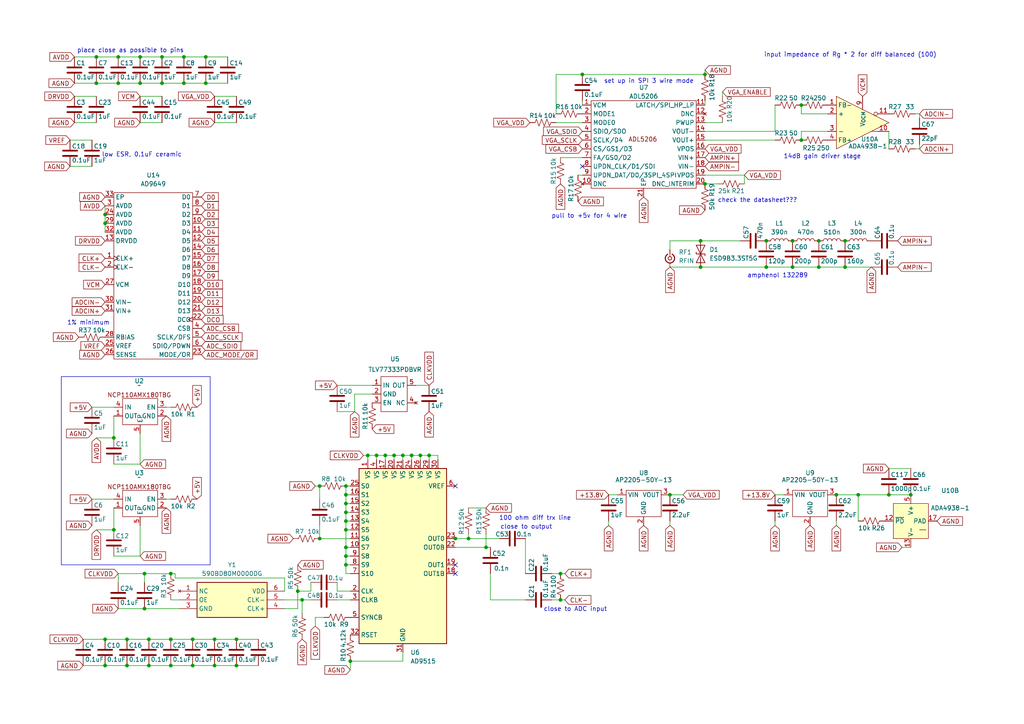
<source format=kicad_sch>
(kicad_sch (version 20231120) (generator "eeschema") (generator_version "8.0")
  (paper "A4")
  (junction (at 36.83 193.04))
  (junction (at 100.33 163.83))
  (junction (at 162.56 173.99))
  (junction (at 232.41 30.48))
  (junction (at 100.33 148.59))
  (junction (at 237.49 77.47))
  (junction (at 49.53 193.04))
  (junction (at 111.76 132.08))
  (junction (at 55.88 185.42))
  (junction (at 229.87 69.85))
  (junction (at 109.22 132.08))
  (junction (at 27.94 16.51))
  (junction (at 34.29 24.13))
  (junction (at 100.33 143.51))
  (junction (at 204.47 53.34))
  (junction (at 68.58 193.04))
  (junction (at 30.48 62.23))
  (junction (at 36.83 185.42))
  (junction (at 68.58 185.42))
  (junction (at 46.99 16.51))
  (junction (at 41.91 166.37))
  (junction (at 248.92 143.51))
  (junction (at 30.48 193.04))
  (junction (at 40.64 16.51))
  (junction (at 43.18 185.42))
  (junction (at 87.63 173.99))
  (junction (at 162.56 166.37))
  (junction (at 232.41 40.64))
  (junction (at 245.11 77.47))
  (junction (at 100.33 146.05))
  (junction (at 245.11 69.85))
  (junction (at 257.81 143.51))
  (junction (at 101.6 191.77))
  (junction (at 222.25 69.85))
  (junction (at 119.38 132.08))
  (junction (at 203.2 77.47))
  (junction (at 86.36 171.45))
  (junction (at 100.33 153.67))
  (junction (at 264.16 143.51))
  (junction (at 30.48 64.77))
  (junction (at 100.33 158.75))
  (junction (at 222.25 77.47))
  (junction (at 40.64 24.13))
  (junction (at 116.84 132.08))
  (junction (at 62.23 193.04))
  (junction (at 194.31 143.51))
  (junction (at 135.89 156.21))
  (junction (at 242.57 143.51))
  (junction (at 53.34 16.51))
  (junction (at 203.2 69.85))
  (junction (at 92.71 156.21))
  (junction (at 46.99 24.13))
  (junction (at 106.68 132.08))
  (junction (at 30.48 185.42))
  (junction (at 59.69 24.13))
  (junction (at 49.53 185.42))
  (junction (at 140.97 158.75))
  (junction (at 92.71 140.97))
  (junction (at 53.34 24.13))
  (junction (at 33.02 153.67))
  (junction (at 229.87 77.47))
  (junction (at 237.49 69.85))
  (junction (at 204.47 21.59))
  (junction (at 43.18 193.04))
  (junction (at 59.69 16.51))
  (junction (at 34.29 16.51))
  (junction (at 41.91 176.53))
  (junction (at 62.23 185.42))
  (junction (at 100.33 161.29))
  (junction (at 124.46 132.08))
  (junction (at 168.91 21.59))
  (junction (at 121.92 132.08))
  (junction (at 55.88 193.04))
  (junction (at 100.33 151.13))
  (junction (at 49.53 166.37))
  (junction (at 33.02 127))
  (junction (at 27.94 24.13))
  (junction (at 100.33 140.97))
  (junction (at 132.08 156.21))
  (junction (at 114.3 132.08))
  (no_connect (at 132.08 166.37))
  (no_connect (at 168.91 48.26))
  (no_connect (at 132.08 140.97))
  (no_connect (at 132.08 163.83))
  (wire (pts (xy 68.58 193.04) (xy 74.93 193.04)))
  (wire (pts (xy 121.92 132.08) (xy 121.92 133.35)))
  (wire (pts (xy 161.29 33.02) (xy 161.29 21.59)))
  (wire (pts (xy 130.81 156.21) (xy 132.08 156.21)))
  (wire (pts (xy 41.91 166.37) (xy 49.53 166.37)))
  (wire (pts (xy 111.76 132.08) (xy 114.3 132.08)))
  (wire (pts (xy 257.81 38.1) (xy 257.81 43.18)))
  (wire (pts (xy 266.7 34.29) (xy 266.7 33.02)))
  (wire (pts (xy 62.23 27.94) (xy 68.58 27.94)))
  (wire (pts (xy 198.12 143.51) (xy 194.31 143.51)))
  (wire (pts (xy 107.95 114.3) (xy 102.87 114.3)))
  (wire (pts (xy 30.48 64.77) (xy 30.48 67.31)))
  (wire (pts (xy 240.03 33.02) (xy 232.41 33.02)))
  (wire (pts (xy 20.32 48.26) (xy 26.67 48.26)))
  (wire (pts (xy 162.56 173.99) (xy 163.83 173.99)))
  (wire (pts (xy 46.99 24.13) (xy 53.34 24.13)))
  (wire (pts (xy 97.79 119.38) (xy 102.87 119.38)))
  (wire (pts (xy 27.94 153.67) (xy 33.02 153.67)))
  (wire (pts (xy 21.59 24.13) (xy 27.94 24.13)))
  (wire (pts (xy 100.33 163.83) (xy 100.33 161.29)))
  (wire (pts (xy 100.33 148.59) (xy 100.33 151.13)))
  (wire (pts (xy 119.38 132.08) (xy 119.38 133.35)))
  (wire (pts (xy 62.23 193.04) (xy 68.58 193.04)))
  (wire (pts (xy 34.29 166.37) (xy 34.29 168.91)))
  (wire (pts (xy 100.33 158.75) (xy 100.33 153.67)))
  (wire (pts (xy 160.02 166.37) (xy 162.56 166.37)))
  (wire (pts (xy 261.62 158.75) (xy 264.16 158.75)))
  (wire (pts (xy 101.6 143.51) (xy 100.33 143.51)))
  (wire (pts (xy 92.71 140.97) (xy 92.71 144.78)))
  (wire (pts (xy 114.3 132.08) (xy 114.3 133.35)))
  (wire (pts (xy 100.33 146.05) (xy 100.33 148.59)))
  (wire (pts (xy 48.26 144.78) (xy 49.53 144.78)))
  (wire (pts (xy 140.97 158.75) (xy 132.08 158.75)))
  (wire (pts (xy 100.33 161.29) (xy 100.33 158.75)))
  (wire (pts (xy 204.47 38.1) (xy 224.79 38.1)))
  (wire (pts (xy 40.64 35.56) (xy 46.99 35.56)))
  (wire (pts (xy 101.6 153.67) (xy 100.33 153.67)))
  (wire (pts (xy 176.53 152.4) (xy 176.53 151.13)))
  (wire (pts (xy 36.83 193.04) (xy 43.18 193.04)))
  (wire (pts (xy 100.33 161.29) (xy 101.6 161.29)))
  (wire (pts (xy 135.89 156.21) (xy 132.08 156.21)))
  (wire (pts (xy 100.33 148.59) (xy 101.6 148.59)))
  (wire (pts (xy 100.33 143.51) (xy 100.33 140.97)))
  (wire (pts (xy 92.71 156.21) (xy 101.6 156.21)))
  (wire (pts (xy 30.48 193.04) (xy 36.83 193.04)))
  (wire (pts (xy 245.11 77.47) (xy 252.73 77.47)))
  (wire (pts (xy 97.79 111.76) (xy 107.95 111.76)))
  (wire (pts (xy 248.92 143.51) (xy 248.92 151.13)))
  (wire (pts (xy 264.16 143.51) (xy 257.81 143.51)))
  (wire (pts (xy 59.69 16.51) (xy 66.04 16.51)))
  (wire (pts (xy 34.29 24.13) (xy 40.64 24.13)))
  (wire (pts (xy 82.55 173.99) (xy 87.63 173.99)))
  (wire (pts (xy 21.59 35.56) (xy 27.94 35.56)))
  (wire (pts (xy 203.2 77.47) (xy 222.25 77.47)))
  (wire (pts (xy 87.63 173.99) (xy 87.63 177.8)))
  (wire (pts (xy 101.6 151.13) (xy 100.33 151.13)))
  (wire (pts (xy 121.92 132.08) (xy 124.46 132.08)))
  (wire (pts (xy 43.18 193.04) (xy 49.53 193.04)))
  (wire (pts (xy 50.8 166.37) (xy 49.53 166.37)))
  (wire (pts (xy 106.68 132.08) (xy 106.68 133.35)))
  (wire (pts (xy 140.97 158.75) (xy 142.24 158.75)))
  (wire (pts (xy 168.91 21.59) (xy 204.47 21.59)))
  (wire (pts (xy 27.94 16.51) (xy 34.29 16.51)))
  (wire (pts (xy 62.23 35.56) (xy 68.58 35.56)))
  (wire (pts (xy 34.29 16.51) (xy 40.64 16.51)))
  (wire (pts (xy 266.7 33.02) (xy 265.43 33.02)))
  (wire (pts (xy 101.6 158.75) (xy 100.33 158.75)))
  (wire (pts (xy 240.03 38.1) (xy 232.41 38.1)))
  (wire (pts (xy 33.02 120.65) (xy 33.02 127)))
  (wire (pts (xy 46.99 16.51) (xy 53.34 16.51)))
  (wire (pts (xy 33.02 161.29) (xy 40.64 161.29)))
  (wire (pts (xy 111.76 132.08) (xy 111.76 133.35)))
  (wire (pts (xy 229.87 77.47) (xy 237.49 77.47)))
  (wire (pts (xy 41.91 166.37) (xy 41.91 168.91)))
  (wire (pts (xy 242.57 143.51) (xy 248.92 143.51)))
  (wire (pts (xy 97.79 173.99) (xy 101.6 173.99)))
  (wire (pts (xy 30.48 62.23) (xy 30.48 64.77)))
  (wire (pts (xy 168.91 29.21) (xy 168.91 30.48)))
  (wire (pts (xy 20.32 40.64) (xy 26.67 40.64)))
  (wire (pts (xy 41.91 176.53) (xy 52.07 176.53)))
  (wire (pts (xy 224.79 152.4) (xy 224.79 151.13)))
  (wire (pts (xy 215.9 50.8) (xy 215.9 53.34)))
  (wire (pts (xy 203.2 69.85) (xy 194.31 69.85)))
  (wire (pts (xy 204.47 29.21) (xy 204.47 30.48)))
  (wire (pts (xy 109.22 132.08) (xy 109.22 133.35)))
  (wire (pts (xy 116.84 132.08) (xy 119.38 132.08)))
  (wire (pts (xy 214.63 69.85) (xy 203.2 69.85)))
  (wire (pts (xy 101.6 191.77) (xy 116.84 191.77)))
  (wire (pts (xy 119.38 132.08) (xy 121.92 132.08)))
  (wire (pts (xy 40.64 24.13) (xy 46.99 24.13)))
  (wire (pts (xy 36.83 185.42) (xy 43.18 185.42)))
  (wire (pts (xy 101.6 171.45) (xy 97.79 171.45)))
  (wire (pts (xy 62.23 185.42) (xy 68.58 185.42)))
  (wire (pts (xy 160.02 173.99) (xy 162.56 173.99)))
  (wire (pts (xy 101.6 166.37) (xy 100.33 166.37)))
  (wire (pts (xy 194.31 69.85) (xy 194.31 72.39)))
  (wire (pts (xy 135.89 147.32) (xy 140.97 147.32)))
  (wire (pts (xy 59.69 24.13) (xy 66.04 24.13)))
  (wire (pts (xy 53.34 16.51) (xy 59.69 16.51)))
  (wire (pts (xy 40.64 27.94) (xy 46.99 27.94)))
  (wire (pts (xy 266.7 41.91) (xy 266.7 43.18)))
  (wire (pts (xy 135.89 154.94) (xy 135.89 156.21)))
  (wire (pts (xy 144.78 156.21) (xy 135.89 156.21)))
  (wire (pts (xy 100.33 163.83) (xy 101.6 163.83)))
  (wire (pts (xy 100.33 153.67) (xy 100.33 151.13)))
  (wire (pts (xy 50.8 167.64) (xy 50.8 166.37)))
  (wire (pts (xy 142.24 173.99) (xy 142.24 166.37)))
  (wire (pts (xy 204.47 20.32) (xy 204.47 21.59)))
  (wire (pts (xy 82.55 167.64) (xy 50.8 167.64)))
  (wire (pts (xy 91.44 140.97) (xy 92.71 140.97)))
  (wire (pts (xy 100.33 166.37) (xy 100.33 163.83)))
  (wire (pts (xy 92.71 152.4) (xy 92.71 156.21)))
  (wire (pts (xy 152.4 156.21) (xy 152.4 166.37)))
  (wire (pts (xy 194.31 152.4) (xy 194.31 151.13)))
  (wire (pts (xy 91.44 179.07) (xy 91.44 181.61)))
  (wire (pts (xy 43.18 185.42) (xy 49.53 185.42)))
  (wire (pts (xy 21.59 16.51) (xy 27.94 16.51)))
  (wire (pts (xy 30.48 59.69) (xy 30.48 62.23)))
  (wire (pts (xy 40.64 125.73) (xy 40.64 134.62)))
  (wire (pts (xy 120.65 111.76) (xy 124.46 111.76)))
  (wire (pts (xy 100.33 140.97) (xy 101.6 140.97)))
  (wire (pts (xy 33.02 147.32) (xy 33.02 153.67)))
  (wire (pts (xy 222.25 77.47) (xy 229.87 77.47)))
  (wire (pts (xy 82.55 176.53) (xy 86.36 176.53)))
  (wire (pts (xy 24.13 185.42) (xy 30.48 185.42)))
  (wire (pts (xy 34.29 166.37) (xy 41.91 166.37)))
  (wire (pts (xy 90.17 171.45) (xy 86.36 171.45)))
  (wire (pts (xy 204.47 35.56) (xy 209.55 35.56)))
  (wire (pts (xy 266.7 43.18) (xy 265.43 43.18)))
  (wire (pts (xy 27.94 127) (xy 33.02 127)))
  (wire (pts (xy 161.29 21.59) (xy 168.91 21.59)))
  (wire (pts (xy 204.47 40.64) (xy 224.79 40.64)))
  (wire (pts (xy 224.79 38.1) (xy 224.79 30.48)))
  (wire (pts (xy 194.31 77.47) (xy 203.2 77.47)))
  (wire (pts (xy 55.88 185.42) (xy 62.23 185.42)))
  (wire (pts (xy 106.68 132.08) (xy 109.22 132.08)))
  (wire (pts (xy 93.98 179.07) (xy 91.44 179.07)))
  (wire (pts (xy 82.55 167.64) (xy 82.55 171.45)))
  (wire (pts (xy 167.64 50.8) (xy 168.91 50.8)))
  (wire (pts (xy 34.29 176.53) (xy 41.91 176.53)))
  (wire (pts (xy 100.33 146.05) (xy 101.6 146.05)))
  (wire (pts (xy 127 132.08) (xy 127 133.35)))
  (wire (pts (xy 257.81 135.89) (xy 264.16 135.89)))
  (wire (pts (xy 124.46 132.08) (xy 127 132.08)))
  (wire (pts (xy 87.63 173.99) (xy 90.17 173.99)))
  (wire (pts (xy 232.41 38.1) (xy 232.41 40.64)))
  (wire (pts (xy 33.02 134.62) (xy 40.64 134.62)))
  (wire (pts (xy 204.47 53.34) (xy 208.28 53.34)))
  (wire (pts (xy 30.48 185.42) (xy 36.83 185.42)))
  (wire (pts (xy 55.88 193.04) (xy 62.23 193.04)))
  (wire (pts (xy 176.53 143.51) (xy 179.07 143.51)))
  (wire (pts (xy 49.53 193.04) (xy 55.88 193.04)))
  (wire (pts (xy 105.41 132.08) (xy 106.68 132.08)))
  (wire (pts (xy 86.36 176.53) (xy 86.36 171.45)))
  (wire (pts (xy 68.58 185.42) (xy 74.93 185.42)))
  (wire (pts (xy 48.26 118.11) (xy 49.53 118.11)))
  (wire (pts (xy 162.56 166.37) (xy 163.83 166.37)))
  (wire (pts (xy 40.64 152.4) (xy 40.64 161.29)))
  (wire (pts (xy 209.55 26.67) (xy 209.55 27.94)))
  (wire (pts (xy 114.3 132.08) (xy 116.84 132.08)))
  (wire (pts (xy 116.84 132.08) (xy 116.84 133.35)))
  (wire (pts (xy 224.79 143.51) (xy 227.33 143.51)))
  (wire (pts (xy 101.6 191.77) (xy 101.6 194.31)))
  (wire (pts (xy 257.81 143.51) (xy 248.92 143.51)))
  (wire (pts (xy 53.34 24.13) (xy 59.69 24.13)))
  (wire (pts (xy 21.59 27.94) (xy 27.94 27.94)))
  (wire (pts (xy 152.4 173.99) (xy 142.24 173.99)))
  (wire (pts (xy 90.17 168.91) (xy 90.17 171.45)))
  (wire (pts (xy 49.53 185.42) (xy 55.88 185.42)))
  (wire (pts (xy 24.13 193.04) (xy 30.48 193.04)))
  (wire (pts (xy 100.33 146.05) (xy 100.33 143.51)))
  (wire (pts (xy 215.9 50.8) (xy 204.47 50.8)))
  (wire (pts (xy 140.97 154.94) (xy 140.97 158.75)))
  (wire (pts (xy 49.53 173.99) (xy 52.07 173.99)))
  (wire (pts (xy 27.94 24.13) (xy 34.29 24.13)))
  (wire (pts (xy 242.57 152.4) (xy 242.57 151.13)))
  (wire (pts (xy 237.49 77.47) (xy 245.11 77.47)))
  (wire (pts (xy 40.64 16.51) (xy 46.99 16.51)))
  (wire (pts (xy 116.84 191.77) (xy 116.84 189.23)))
  (wire (pts (xy 124.46 132.08) (xy 124.46 133.35)))
  (wire (pts (xy 162.56 45.72) (xy 168.91 45.72)))
  (wire (pts (xy 109.22 132.08) (xy 111.76 132.08)))
  (wire (pts (xy 26.67 144.78) (xy 33.02 144.78)))
  (wire (pts (xy 232.41 33.02) (xy 232.41 30.48)))
  (wire (pts (xy 97.79 171.45) (xy 97.79 168.91)))
  (wire (pts (xy 26.67 118.11) (xy 33.02 118.11)))
  (wire (pts (xy 161.29 35.56) (xy 168.91 35.56)))
  (wire (pts (xy 102.87 114.3) (xy 102.87 119.38)))
  (rectangle (start 17.78 109.22) (end 60.96 163.83))
  (text "amphenol 132289" (at 225.552 80.01 0) (effects (font (size 1.27 1.27))))
  (text "set up in SPI 3 wire mode" (at 188.214 23.622 0) (effects (font (size 1.27 1.27))))
  (text "close to output" (at 152.654 152.908 0) (effects (font (size 1.27 1.27))))
  (text "input impedance of Rg * 2 for diff balanced (100)" (at 246.634 16.002 0) (effects (font (size 1.27 1.27))))
  (text "1% minimum" (at 25.654 93.726 0) (effects (font (size 1.27 1.27))))
  (text "low ESR, 0.1uF ceramic" (at 41.148 44.958 0) (effects (font (size 1.27 1.27))))
  (text "100 ohm diff trx line" (at 155.194 150.368 0) (effects (font (size 1.27 1.27))))
  (text "check the datasheet???" (at 219.71 58.166 0) (effects (font (size 1.27 1.27))))
  (text "14dB gain driver stage" (at 238.506 45.466 0) (effects (font (size 1.27 1.27))))
  (text "pull to +5v for 4 wire" (at 170.942 62.738 0) (effects (font (size 1.27 1.27))))
  (text "place close as possible to pins" (at 37.846 14.732 0) (effects (font (size 1.27 1.27))))
  (text "close to ADC input" (at 166.878 176.784 0) (effects (font (size 1.27 1.27))))
  (global_label "D11" (shape input) (at 58.42 85.09 0) (property "Intersheetrefs" "${INTERSHEET_REFS}" (effects (hide yes))))
  (global_label "AGND" (shape input) (at 91.44 140.97 180) (property "Intersheetrefs" "${INTERSHEET_REFS}" (effects (hide yes))))
  (global_label "CLK-" (shape input) (at 163.83 173.99 0) (property "Intersheetrefs" "${INTERSHEET_REFS}" (effects (hide yes))))
  (global_label "DRVDD" (shape input) (at 27.94 153.67 270) (property "Intersheetrefs" "${INTERSHEET_REFS}" (effects (hide yes))))
  (global_label "AGND" (shape input) (at 22.86 97.79 180) (property "Intersheetrefs" "${INTERSHEET_REFS}" (effects (hide yes))))
  (global_label "AGND" (shape input) (at 85.09 156.21 180) (property "Intersheetrefs" "${INTERSHEET_REFS}" (effects (hide yes))))
  (global_label "VGA_SDIO" (shape input) (at 168.91 38.1 180) (property "Intersheetrefs" "${INTERSHEET_REFS}" (effects (hide yes))))
  (global_label "AGND" (shape input) (at 102.87 119.38 270) (property "Intersheetrefs" "${INTERSHEET_REFS}" (effects (hide yes))))
  (global_label "ADCIN-" (shape input) (at 266.7 33.02 0) (property "Intersheetrefs" "${INTERSHEET_REFS}" (effects (hide yes))))
  (global_label "VGA_CSB" (shape input) (at 168.91 43.18 180) (property "Intersheetrefs" "${INTERSHEET_REFS}" (effects (hide yes))))
  (global_label "+13.8V" (shape input) (at 224.79 143.51 180) (property "Intersheetrefs" "${INTERSHEET_REFS}" (effects (hide yes))))
  (global_label "VCM" (shape input) (at 30.48 82.55 180) (property "Intersheetrefs" "${INTERSHEET_REFS}" (effects (hide yes))))
  (global_label "AMPIN+" (shape input) (at 204.47 45.72 0) (property "Intersheetrefs" "${INTERSHEET_REFS}" (effects (hide yes))))
  (global_label "DRVDD" (shape input) (at 30.48 69.85 180) (property "Intersheetrefs" "${INTERSHEET_REFS}" (effects (hide yes))))
  (global_label "CLKVDD" (shape input) (at 34.29 166.37 180) (property "Intersheetrefs" "${INTERSHEET_REFS}" (effects (hide yes))))
  (global_label "ADC_SCLK" (shape input) (at 58.42 97.79 0) (property "Intersheetrefs" "${INTERSHEET_REFS}" (effects (hide yes))))
  (global_label "AGND" (shape input) (at 194.31 152.4 270) (property "Intersheetrefs" "${INTERSHEET_REFS}" (effects (hide yes))))
  (global_label "VGA_SCLK" (shape input) (at 168.91 40.64 180) (property "Intersheetrefs" "${INTERSHEET_REFS}" (effects (hide yes))))
  (global_label "+5V" (shape input) (at 26.67 144.78 180) (property "Intersheetrefs" "${INTERSHEET_REFS}" (effects (hide yes))))
  (global_label "AGND" (shape input) (at 186.69 152.4 270) (property "Intersheetrefs" "${INTERSHEET_REFS}" (effects (hide yes))))
  (global_label "AGND" (shape input) (at 194.31 77.47 270) (property "Intersheetrefs" "${INTERSHEET_REFS}" (effects (hide yes))))
  (global_label "AGND" (shape input) (at 242.57 152.4 270) (property "Intersheetrefs" "${INTERSHEET_REFS}" (effects (hide yes))))
  (global_label "AGND" (shape input) (at 48.26 120.65 270) (property "Intersheetrefs" "${INTERSHEET_REFS}" (effects (hide yes))))
  (global_label "AGND" (shape input) (at 48.26 147.32 270) (property "Intersheetrefs" "${INTERSHEET_REFS}" (effects (hide yes))))
  (global_label "CLK+" (shape input) (at 30.48 74.93 180) (property "Intersheetrefs" "${INTERSHEET_REFS}" (effects (hide yes))))
  (global_label "VGA_VDD" (shape input) (at 62.23 27.94 180) (property "Intersheetrefs" "${INTERSHEET_REFS}" (effects (hide yes))))
  (global_label "AVDD" (shape input) (at 21.59 16.51 180) (property "Intersheetrefs" "${INTERSHEET_REFS}" (effects (hide yes))))
  (global_label "D5" (shape input) (at 58.42 69.85 0) (property "Intersheetrefs" "${INTERSHEET_REFS}" (effects (hide yes))))
  (global_label "AGND" (shape input) (at 101.6 194.31 180) (property "Intersheetrefs" "${INTERSHEET_REFS}" (effects (hide yes))))
  (global_label "AGND" (shape input) (at 257.81 135.89 180) (property "Intersheetrefs" "${INTERSHEET_REFS}" (effects (hide yes))))
  (global_label "ADC_CSB" (shape input) (at 58.42 95.25 0) (property "Intersheetrefs" "${INTERSHEET_REFS}" (effects (hide yes))))
  (global_label "AGND" (shape input) (at 34.29 176.53 180) (property "Intersheetrefs" "${INTERSHEET_REFS}" (effects (hide yes))))
  (global_label "D10" (shape input) (at 58.42 82.55 0) (property "Intersheetrefs" "${INTERSHEET_REFS}" (effects (hide yes))))
  (global_label "AMPIN+" (shape input) (at 260.35 69.85 0) (property "Intersheetrefs" "${INTERSHEET_REFS}" (effects (hide yes))))
  (global_label "AGND" (shape input) (at 162.56 53.34 270) (property "Intersheetrefs" "${INTERSHEET_REFS}" (effects (hide yes))))
  (global_label "AMPIN-" (shape input) (at 260.35 77.47 0) (property "Intersheetrefs" "${INTERSHEET_REFS}" (effects (hide yes))))
  (global_label "ADCIN+" (shape input) (at 30.48 90.17 180) (property "Intersheetrefs" "${INTERSHEET_REFS}" (effects (hide yes))))
  (global_label "D13" (shape input) (at 58.42 90.17 0) (property "Intersheetrefs" "${INTERSHEET_REFS}" (effects (hide yes))))
  (global_label "AGND" (shape input) (at 252.73 77.47 270) (property "Intersheetrefs" "${INTERSHEET_REFS}" (effects (hide yes))))
  (global_label "AGND" (shape input) (at 167.64 58.42 0) (property "Intersheetrefs" "${INTERSHEET_REFS}" (effects (hide yes))))
  (global_label "AGND" (shape input) (at 87.63 185.42 270) (property "Intersheetrefs" "${INTERSHEET_REFS}" (effects (hide yes))))
  (global_label "AGND" (shape input) (at 204.47 20.32 0) (property "Intersheetrefs" "${INTERSHEET_REFS}" (effects (hide yes))))
  (global_label "VCM" (shape input) (at 250.19 27.94 90) (property "Intersheetrefs" "${INTERSHEET_REFS}" (effects (hide yes))))
  (global_label "D12" (shape input) (at 58.42 87.63 0) (property "Intersheetrefs" "${INTERSHEET_REFS}" (effects (hide yes))))
  (global_label "AGND" (shape input) (at 261.62 158.75 180) (property "Intersheetrefs" "${INTERSHEET_REFS}" (effects (hide yes))))
  (global_label "DCO" (shape input) (at 58.42 92.71 0) (property "Intersheetrefs" "${INTERSHEET_REFS}" (effects (hide yes))))
  (global_label "AGND" (shape input) (at 124.46 119.38 270) (property "Intersheetrefs" "${INTERSHEET_REFS}" (effects (hide yes))))
  (global_label "ADC_MODE{slash}OR" (shape input) (at 58.42 102.87 0) (property "Intersheetrefs" "${INTERSHEET_REFS}" (effects (hide yes))))
  (global_label "+5V" (shape input) (at 57.15 144.78 90) (property "Intersheetrefs" "${INTERSHEET_REFS}" (effects (hide yes))))
  (global_label "VGA_VDD" (shape input) (at 204.47 43.18 0) (property "Intersheetrefs" "${INTERSHEET_REFS}" (effects (hide yes))))
  (global_label "D4" (shape input) (at 58.42 67.31 0) (property "Intersheetrefs" "${INTERSHEET_REFS}" (effects (hide yes))))
  (global_label "VGA_ENABLE" (shape input) (at 209.55 26.67 0) (property "Intersheetrefs" "${INTERSHEET_REFS}" (effects (hide yes))))
  (global_label "VGA_VDD" (shape input) (at 198.12 143.51 0) (property "Intersheetrefs" "${INTERSHEET_REFS}" (effects (hide yes))))
  (global_label "DRVDD" (shape input) (at 21.59 27.94 180) (property "Intersheetrefs" "${INTERSHEET_REFS}" (effects (hide yes))))
  (global_label "+5V" (shape input) (at 107.95 124.46 0) (property "Intersheetrefs" "${INTERSHEET_REFS}" (effects (hide yes))))
  (global_label "CLKVDD" (shape input) (at 105.41 132.08 180) (property "Intersheetrefs" "${INTERSHEET_REFS}" (effects (hide yes))))
  (global_label "VREF" (shape input) (at 20.32 40.64 180) (property "Intersheetrefs" "${INTERSHEET_REFS}" (effects (hide yes))))
  (global_label "AGND" (shape input) (at 62.23 35.56 180) (property "Intersheetrefs" "${INTERSHEET_REFS}" (effects (hide yes))))
  (global_label "AGND" (shape input) (at 30.48 102.87 180) (property "Intersheetrefs" "${INTERSHEET_REFS}" (effects (hide yes))))
  (global_label "AVDD" (shape input) (at 30.48 59.69 180) (property "Intersheetrefs" "${INTERSHEET_REFS}" (effects (hide yes))))
  (global_label "D1" (shape input) (at 58.42 59.69 0) (property "Intersheetrefs" "${INTERSHEET_REFS}" (effects (hide yes))))
  (global_label "AGND" (shape input) (at 224.79 152.4 270) (property "Intersheetrefs" "${INTERSHEET_REFS}" (effects (hide yes))))
  (global_label "+5V" (shape input) (at 57.15 118.11 90) (property "Intersheetrefs" "${INTERSHEET_REFS}" (effects (hide yes))))
  (global_label "ADC_SDIO" (shape input) (at 58.42 100.33 0) (property "Intersheetrefs" "${INTERSHEET_REFS}" (effects (hide yes))))
  (global_label "AGND" (shape input) (at 86.36 163.83 0) (property "Intersheetrefs" "${INTERSHEET_REFS}" (effects (hide yes))))
  (global_label "AGND" (shape input) (at 21.59 35.56 180) (property "Intersheetrefs" "${INTERSHEET_REFS}" (effects (hide yes))))
  (global_label "D9" (shape input) (at 58.42 80.01 0) (property "Intersheetrefs" "${INTERSHEET_REFS}" (effects (hide yes))))
  (global_label "AGND" (shape input) (at 21.59 24.13 180) (property "Intersheetrefs" "${INTERSHEET_REFS}" (effects (hide yes))))
  (global_label "CLKVDD" (shape input) (at 124.46 111.76 90) (property "Intersheetrefs" "${INTERSHEET_REFS}" (effects (hide yes))))
  (global_label "ADCIN+" (shape input) (at 266.7 43.18 0) (property "Intersheetrefs" "${INTERSHEET_REFS}" (effects (hide yes))))
  (global_label "CLK-" (shape input) (at 30.48 77.47 180) (property "Intersheetrefs" "${INTERSHEET_REFS}" (effects (hide yes))))
  (global_label "VGA_VDD" (shape input) (at 215.9 50.8 0) (property "Intersheetrefs" "${INTERSHEET_REFS}" (effects (hide yes))))
  (global_label "D6" (shape input) (at 58.42 72.39 0) (property "Intersheetrefs" "${INTERSHEET_REFS}" (effects (hide yes))))
  (global_label "CLK+" (shape input) (at 163.83 166.37 0) (property "Intersheetrefs" "${INTERSHEET_REFS}" (effects (hide yes))))
  (global_label "AGND" (shape input) (at 40.64 134.62 0) (property "Intersheetrefs" "${INTERSHEET_REFS}" (effects (hide yes))))
  (global_label "AGND" (shape input) (at 24.13 193.04 180) (property "Intersheetrefs" "${INTERSHEET_REFS}" (effects (hide yes))))
  (global_label "VREF" (shape input) (at 30.48 100.33 180) (property "Intersheetrefs" "${INTERSHEET_REFS}" (effects (hide yes))))
  (global_label "AGND" (shape input) (at 40.64 161.29 0) (property "Intersheetrefs" "${INTERSHEET_REFS}" (effects (hide yes))))
  (global_label "AMPIN-" (shape input) (at 204.47 48.26 0) (property "Intersheetrefs" "${INTERSHEET_REFS}" (effects (hide yes))))
  (global_label "VCM" (shape input) (at 40.64 27.94 180) (property "Intersheetrefs" "${INTERSHEET_REFS}" (effects (hide yes))))
  (global_label "AGND" (shape input) (at 204.47 60.96 180) (property "Intersheetrefs" "${INTERSHEET_REFS}" (effects (hide yes))))
  (global_label "+5V" (shape input) (at 26.67 118.11 180) (property "Intersheetrefs" "${INTERSHEET_REFS}" (effects (hide yes))))
  (global_label "D7" (shape input) (at 58.42 74.93 0) (property "Intersheetrefs" "${INTERSHEET_REFS}" (effects (hide yes))))
  (global_label "CLKVDD" (shape input) (at 91.44 181.61 270) (property "Intersheetrefs" "${INTERSHEET_REFS}" (effects (hide yes))))
  (global_label "AGND" (shape input) (at 186.69 57.15 270) (property "Intersheetrefs" "${INTERSHEET_REFS}" (effects (hide yes))))
  (global_label "+5V" (shape input) (at 97.79 111.76 180) (property "Intersheetrefs" "${INTERSHEET_REFS}" (effects (hide yes))))
  (global_label "AGND" (shape input) (at 176.53 152.4 270) (property "Intersheetrefs" "${INTERSHEET_REFS}" (effects (hide yes))))
  (global_label "AGND" (shape input) (at 26.67 152.4 180) (property "Intersheetrefs" "${INTERSHEET_REFS}" (effects (hide yes))))
  (global_label "AGND" (shape input) (at 30.48 57.15 180) (property "Intersheetrefs" "${INTERSHEET_REFS}" (effects (hide yes))))
  (global_label "AGND" (shape input) (at 26.67 125.73 180) (property "Intersheetrefs" "${INTERSHEET_REFS}" (effects (hide yes))))
  (global_label "D2" (shape input) (at 58.42 62.23 0) (property "Intersheetrefs" "${INTERSHEET_REFS}" (effects (hide yes))))
  (global_label "+13.8V" (shape input) (at 176.53 143.51 180) (property "Intersheetrefs" "${INTERSHEET_REFS}" (effects (hide yes))))
  (global_label "D0" (shape input) (at 58.42 57.15 0) (property "Intersheetrefs" "${INTERSHEET_REFS}" (effects (hide yes))))
  (global_label "VGA_VDD" (shape input) (at 153.67 35.56 180) (property "Intersheetrefs" "${INTERSHEET_REFS}" (effects (hide yes))))
  (global_label "AGND" (shape input) (at 234.95 152.4 270) (property "Intersheetrefs" "${INTERSHEET_REFS}" (effects (hide yes))))
  (global_label "ADCIN-" (shape input) (at 30.48 87.63 180) (property "Intersheetrefs" "${INTERSHEET_REFS}" (effects (hide yes))))
  (global_label "D3" (shape input) (at 58.42 64.77 0) (property "Intersheetrefs" "${INTERSHEET_REFS}" (effects (hide yes))))
  (global_label "CLKVDD" (shape input) (at 24.13 185.42 180) (property "Intersheetrefs" "${INTERSHEET_REFS}" (effects (hide yes))))
  (global_label "AGND" (shape input) (at 20.32 48.26 180) (property "Intersheetrefs" "${INTERSHEET_REFS}" (effects (hide yes))))
  (global_label "AGND" (shape input) (at 140.97 147.32 0) (property "Intersheetrefs" "${INTERSHEET_REFS}" (effects (hide yes))))
  (global_label "AVDD" (shape input) (at 27.94 127 270) (property "Intersheetrefs" "${INTERSHEET_REFS}" (effects (hide yes))))
  (global_label "AGND" (shape input) (at 271.78 151.13 0) (property "Intersheetrefs" "${INTERSHEET_REFS}" (effects (hide yes))))
  (global_label "D8" (shape input) (at 58.42 77.47 0) (property "Intersheetrefs" "${INTERSHEET_REFS}" (effects (hide yes))))
  (global_label "AGND" (shape input) (at 40.64 35.56 180) (property "Intersheetrefs" "${INTERSHEET_REFS}" (effects (hide yes))))
  (symbol (lib_id "Device:C") (at 49.53 189.23 0) (unit 1)
    (property "Reference" "C25" (at 50.038 187.198 0) (effects (justify left)))
    (property "Value" "0.1uF" (at 50.038 191.262 0) (effects (justify left)))
    (property "Footprint" "Capacitor_SMD:C_0402_1005Metric" (effects (hide yes)))
    (property "Description" "Unpolarized capacitor" (effects (hide yes)))
  )
  (symbol (lib_id "Diode:ESD9B3.3ST5G") (at 203.2 73.66 90) (unit 1)
    (property "Reference" "D1" (at 205.74 72.3899 90) (effects (justify right)))
    (property "Value" "ESD9B3.3ST5G" (at 205.74 74.9299 90) (effects (justify right)))
    (property "Footprint" "Diode_SMD:D_SOD-923" (effects (hide yes)))
    (property "Datasheet" "https://www.onsemi.com/pub/Collateral/ESD9B-D.PDF" (effects (hide yes)))
    (property "Description" "ESD protection diode, 3.3Vrwm, SOD-923" (effects (hide yes)))
  )
  (symbol (lib_id "Device:C") (at 93.98 168.91 90) (unit 1)
    (property "Reference" "C47" (at 92.964 167.64 90) (effects (justify left)))
    (property "Value" "0.1u" (at 99.568 167.64 90) (effects (justify left)))
    (property "Footprint" "Capacitor_SMD:C_0402_1005Metric" (effects (hide yes)))
    (property "Description" "Unpolarized capacitor" (effects (hide yes)))
  )
  (symbol (lib_id "Device:C") (at 46.99 20.32 0) (unit 1)
    (property "Reference" "C2" (at 47.498 18.288 0) (effects (justify left)))
    (property "Value" "1uF" (at 47.498 22.352 0) (effects (justify left)))
    (property "Footprint" "Capacitor_SMD:C_0402_1005Metric" (effects (hide yes)))
    (property "Description" "Unpolarized capacitor" (effects (hide yes)))
  )
  (symbol (lib_id "Device:R_US") (at 228.6 30.48 90) (unit 1)
    (property "Reference" "R22" (at 226.568 28.448 90))
    (property "Value" "50" (at 230.124 28.448 90))
    (property "Footprint" "Resistor_SMD:R_0402_1005Metric" (effects (hide yes)))
    (property "Description" "Resistor, US symbol" (effects (hide yes)))
  )
  (symbol (lib_id "Device:R_US") (at 88.9 156.21 90) (unit 1) (on_board no)
    (property "Reference" "R7" (at 86.868 154.178 90))
    (property "Value" "10k" (at 90.932 154.178 90))
    (property "Footprint" "Resistor_SMD:R_0402_1005Metric" (effects (hide yes)))
    (property "Description" "Resistor, US symbol" (effects (hide yes)))
  )
  (symbol (lib_id "Device:C") (at 26.67 148.59 0) (unit 1)
    (property "Reference" "C6" (at 27.178 146.558 0) (effects (justify left)))
    (property "Value" "1uF" (at 27.178 150.622 0) (effects (justify left)))
    (property "Footprint" "Capacitor_SMD:C_0402_1005Metric" (effects (hide yes)))
    (property "Description" "Unpolarized capacitor" (effects (hide yes)))
  )
  (symbol (lib_id "hfsdr:ADL5206") (at 186.69 41.91 0) (unit 1)
    (property "Reference" "U7" (at 186.69 25.4 0))
    (property "Value" "ADL5206" (at 186.69 27.94 0))
    (property "Footprint" "Package_CSP:LFCSP-20-1EP_4x4mm_P0.5mm_EP2.1x2.1mm" (effects (hide yes)))
  )
  (symbol (lib_id "Device:C") (at 27.94 31.75 0) (unit 1)
    (property "Reference" "C23" (at 28.448 29.718 0) (effects (justify left)))
    (property "Value" "1uF" (at 28.448 33.782 0) (effects (justify left)))
    (property "Footprint" "Capacitor_SMD:C_0402_1005Metric" (effects (hide yes)))
    (property "Description" "Unpolarized capacitor" (effects (hide yes)))
  )
  (symbol (lib_id "Device:R_US") (at 107.95 120.65 180) (unit 1) (on_board no)
    (property "Reference" "R11" (at 105.918 122.682 90))
    (property "Value" "10k" (at 105.918 118.618 90))
    (property "Footprint" "Resistor_SMD:R_0402_1005Metric" (effects (hide yes)))
    (property "Description" "Resistor, US symbol" (effects (hide yes)))
  )
  (symbol (lib_id "Device:C") (at 53.34 20.32 0) (unit 1)
    (property "Reference" "C8" (at 53.848 18.288 0) (effects (justify left)))
    (property "Value" "1uF" (at 53.848 22.352 0) (effects (justify left)))
    (property "Footprint" "Capacitor_SMD:C_0402_1005Metric" (effects (hide yes)))
    (property "Description" "Unpolarized capacitor" (effects (hide yes)))
  )
  (symbol (lib_id "Device:R_US") (at 53.34 118.11 270) (unit 1) (on_board no)
    (property "Reference" "R1" (at 55.372 120.142 90))
    (property "Value" "10k" (at 51.308 120.142 90))
    (property "Footprint" "Resistor_SMD:R_0402_1005Metric" (effects (hide yes)))
    (property "Description" "Resistor, US symbol" (effects (hide yes)))
  )
  (symbol (lib_id "Device:L") (at 241.3 69.85 90) (unit 1)
    (property "Reference" "L3" (at 241.3 64.77 90))
    (property "Value" "510n" (at 241.3 67.31 90))
    (property "Footprint" "Inductor_SMD:L_0402_1005Metric" (effects (hide yes)))
    (property "Description" "Inductor" (effects (hide yes)))
  )
  (symbol (lib_id "Device:R_US") (at 97.79 179.07 270) (unit 1) (on_board no)
    (property "Reference" "R9" (at 99.822 181.102 90))
    (property "Value" "10k" (at 95.758 181.102 90))
    (property "Footprint" "Resistor_SMD:R_0402_1005Metric" (effects (hide yes)))
    (property "Description" "Resistor, US symbol" (effects (hide yes)))
  )
  (symbol (lib_id "Device:R_US") (at 236.22 30.48 90) (unit 1)
    (property "Reference" "R24" (at 234.188 28.448 90))
    (property "Value" "250" (at 237.744 28.448 90))
    (property "Footprint" "Resistor_SMD:R_0402_1005Metric" (effects (hide yes)))
    (property "Description" "Resistor, US symbol" (effects (hide yes)))
  )
  (symbol (lib_id "Amplifier_Difference:ADA4938-1") (at 250.19 35.56 0) (unit 1)
    (property "Reference" "U10" (at 252.222 40.386 0))
    (property "Value" "ADA4938-1" (at 251.714 42.418 0))
    (property "Footprint" "Package_CSP:LFCSP-16-1EP_3x3mm_P0.5mm_EP1.3x1.3mm_ThermalVias" (effects (hide yes)))
    (property "Datasheet" "https://www.analog.com/media/en/technical-documentation/data-sheets/ADA4938-1_4938-2.pdf" (effects (hide yes)))
    (property "Description" "Ultralow distortion, high speed fully-differential amplifier, ADC Driver, 1GHz GBP, 3x3mm LFCSP-16" (effects (hide yes)))
  )
  (symbol (lib_id "Device:R_US") (at 96.52 140.97 90) (unit 1) (on_board no)
    (property "Reference" "R8" (at 94.488 138.938 90))
    (property "Value" "10k" (at 98.552 138.938 90))
    (property "Footprint" "Resistor_SMD:R_0402_1005Metric" (effects (hide yes)))
    (property "Description" "Resistor, US symbol" (effects (hide yes)))
  )
  (symbol (lib_id "Device:R_US") (at 26.67 97.79 90) (unit 1) (on_board no)
    (property "Reference" "R37" (at 24.638 95.758 90))
    (property "Value" "10k" (at 28.702 95.758 90))
    (property "Footprint" "Resistor_SMD:R_0402_1005Metric" (effects (hide yes)))
    (property "Description" "Resistor, US symbol" (effects (hide yes)))
  )
  (symbol (lib_id "Device:C") (at 26.67 44.45 0) (unit 1)
    (property "Reference" "C19" (at 27.178 42.418 0) (effects (justify left)))
    (property "Value" "1uF" (at 27.178 46.482 0) (effects (justify left)))
    (property "Footprint" "Capacitor_SMD:C_0402_1005Metric" (effects (hide yes)))
    (property "Description" "Unpolarized capacitor" (effects (hide yes)))
  )
  (symbol (lib_id "Device:C") (at 24.13 189.23 0) (unit 1)
    (property "Reference" "C4" (at 24.638 187.198 0) (effects (justify left)))
    (property "Value" "0.1uF" (at 24.638 191.262 0) (effects (justify left)))
    (property "Footprint" "Capacitor_SMD:C_0402_1005Metric" (effects (hide yes)))
    (property "Description" "Unpolarized capacitor" (effects (hide yes)))
  )
  (symbol (lib_id "Device:C") (at 194.31 147.32 0) (unit 1)
    (property "Reference" "C56" (at 194.818 145.288 0) (effects (justify left)))
    (property "Value" "2.2uF" (at 194.818 149.352 0) (effects (justify left)))
    (property "Footprint" "Capacitor_SMD:C_0402_1005Metric" (effects (hide yes)))
    (property "Description" "Unpolarized capacitor" (effects (hide yes)))
  )
  (symbol (lib_id "hfsdr:TLV77333PDBVR") (at 114.3 114.3 0) (unit 1)
    (property "Reference" "U5" (at 114.554 104.14 0))
    (property "Value" "TLV77333PDBVR" (at 114.554 107.188 0))
    (property "Footprint" "Package_TO_SOT_SMD:SOT-23-5" (effects (hide yes)))
  )
  (symbol (lib_id "Device:R_US") (at 49.53 170.18 180) (unit 1) (on_board no)
    (property "Reference" "R3" (at 47.498 172.212 90))
    (property "Value" "10k" (at 47.498 168.148 90))
    (property "Footprint" "Resistor_SMD:R_0402_1005Metric" (effects (hide yes)))
    (property "Description" "Resistor, US symbol" (effects (hide yes)))
  )
  (symbol (lib_id "Device:C") (at 30.48 189.23 0) (unit 1)
    (property "Reference" "C10" (at 30.988 187.198 0) (effects (justify left)))
    (property "Value" "0.1uF" (at 30.988 191.262 0) (effects (justify left)))
    (property "Footprint" "Capacitor_SMD:C_0402_1005Metric" (effects (hide yes)))
    (property "Description" "Unpolarized capacitor" (effects (hide yes)))
  )
  (symbol (lib_id "Device:R_US") (at 162.56 49.53 180) (unit 1) (on_board no)
    (property "Reference" "R15" (at 160.528 51.562 90))
    (property "Value" "10k" (at 160.528 47.498 90))
    (property "Footprint" "Resistor_SMD:R_0402_1005Metric" (effects (hide yes)))
    (property "Description" "Resistor, US symbol" (effects (hide yes)))
  )
  (symbol (lib_id "hfsdr:NCP110AMX180TBG") (at 40.64 147.32 0) (unit 1)
    (property "Reference" "U3" (at 40.386 137.16 0))
    (property "Value" "~" (at 40.386 138.43 0))
    (property "Footprint" "Package_DFN_QFN:OnSemi_XDFN4-1EP_1.0x1.0mm_EP0.52x0.52mm" (effects (hide yes)))
  )
  (symbol (lib_id "Device:C") (at 34.29 20.32 0) (unit 1)
    (property "Reference" "C13" (at 34.798 18.288 0) (effects (justify left)))
    (property "Value" "0.1uF" (at 34.798 22.352 0) (effects (justify left)))
    (property "Footprint" "Capacitor_SMD:C_0402_1005Metric" (effects (hide yes)))
    (property "Description" "Unpolarized capacitor" (effects (hide yes)))
  )
  (symbol (lib_id "hfsdr:AD9649") (at 44.45 80.01 0) (unit 1)
    (property "Reference" "U14" (at 44.45 50.8 0))
    (property "Value" "AD9649" (at 44.45 53.34 0))
    (property "Footprint" "Package_CSP:LFCSP-32-1EP_5x5mm_P0.5mm_EP3.5x3.5mm" (effects (hide yes)))
    (property "Datasheet" "https://www.analog.com/media/en/technical-documentation/data-sheets/AD9649.pdf" (effects (hide yes)))
  )
  (symbol (lib_id "Device:R_US") (at 53.34 144.78 270) (unit 1) (on_board no)
    (property "Reference" "R2" (at 55.372 146.812 90))
    (property "Value" "10k" (at 51.308 146.812 90))
    (property "Footprint" "Resistor_SMD:R_0402_1005Metric" (effects (hide yes)))
    (property "Description" "Resistor, US symbol" (effects (hide yes)))
  )
  (symbol (lib_id "Device:C") (at 62.23 31.75 0) (unit 1)
    (property "Reference" "C45" (at 62.738 29.718 0) (effects (justify left)))
    (property "Value" "0.1uF" (at 62.738 33.782 0) (effects (justify left)))
    (property "Footprint" "Capacitor_SMD:C_0402_1005Metric" (effects (hide yes)))
    (property "Description" "Unpolarized capacitor" (effects (hide yes)))
  )
  (symbol (lib_id "Connector:Conn_Coaxial_Small") (at 194.31 74.93 270) (unit 1)
    (property "Reference" "RF1" (at 196.85 73.1403 90) (effects (justify left)))
    (property "Value" "RFIN" (at 196.85 75.6803 90) (effects (justify left)))
    (property "Footprint" "Connector_Coaxial:SMA_Amphenol_132289_EdgeMount" (effects (hide yes)))
    (property "Description" "small coaxial connector (BNC, SMA, SMB, SMC, Cinch/RCA, LEMO, ...)" (effects (hide yes)))
  )
  (symbol (lib_id "Device:C") (at 41.91 172.72 0) (unit 1)
    (property "Reference" "C29" (at 42.418 170.688 0) (effects (justify left)))
    (property "Value" "1uF" (at 42.418 174.752 0) (effects (justify left)))
    (property "Footprint" "Capacitor_SMD:C_0402_1005Metric" (effects (hide yes)))
    (property "Description" "Unpolarized capacitor" (effects (hide yes)))
  )
  (symbol (lib_id "Device:C") (at 20.32 44.45 0) (unit 1)
    (property "Reference" "C18" (at 20.828 42.418 0) (effects (justify left)))
    (property "Value" "0.1uF" (at 20.828 46.482 0) (effects (justify left)))
    (property "Footprint" "Capacitor_SMD:C_0402_1005Metric" (effects (hide yes)))
    (property "Description" "Unpolarized capacitor" (effects (hide yes)))
  )
  (symbol (lib_id "Device:C") (at 68.58 189.23 0) (unit 1)
    (property "Reference" "C40" (at 69.088 187.198 0) (effects (justify left)))
    (property "Value" "0.1uF" (at 69.088 191.262 0) (effects (justify left)))
    (property "Footprint" "Capacitor_SMD:C_0402_1005Metric" (effects (hide yes)))
    (property "Description" "Unpolarized capacitor" (effects (hide yes)))
  )
  (symbol (lib_id "Device:R_US") (at 140.97 151.13 180) (unit 1) (on_board no)
    (property "Reference" "R13" (at 138.938 153.162 90))
    (property "Value" "50k" (at 138.938 149.098 90))
    (property "Footprint" "Resistor_SMD:R_0402_1005Metric" (effects (hide yes)))
    (property "Description" "Resistor, US symbol" (effects (hide yes)))
  )
  (symbol (lib_id "Device:C") (at 224.79 147.32 0) (unit 1)
    (property "Reference" "C59" (at 225.298 145.288 0) (effects (justify left)))
    (property "Value" "1uF" (at 225.298 149.352 0) (effects (justify left)))
    (property "Footprint" "Capacitor_SMD:C_0402_1005Metric" (effects (hide yes)))
    (property "Description" "Unpolarized capacitor" (effects (hide yes)))
  )
  (symbol (lib_id "Device:R_US") (at 101.6 187.96 180) (unit 1) (on_board no)
    (property "Reference" "R10" (at 99.568 189.992 90))
    (property "Value" "4.12k" (at 99.568 185.166 90))
    (property "Footprint" "Resistor_SMD:R_0402_1005Metric" (effects (hide yes)))
    (property "Description" "Resistor, US symbol" (effects (hide yes)))
  )
  (symbol (lib_id "Device:C") (at 34.29 172.72 0) (unit 1)
    (property "Reference" "C24" (at 34.798 170.688 0) (effects (justify left)))
    (property "Value" "0.1uF" (at 34.798 174.752 0) (effects (justify left)))
    (property "Footprint" "Capacitor_SMD:C_0402_1005Metric" (effects (hide yes)))
    (property "Description" "Unpolarized capacitor" (effects (hide yes)))
  )
  (symbol (lib_id "Device:C") (at 242.57 147.32 0) (unit 1)
    (property "Reference" "C62" (at 243.078 145.288 0) (effects (justify left)))
    (property "Value" "2.2uF" (at 243.078 149.352 0) (effects (justify left)))
    (property "Footprint" "Capacitor_SMD:C_0402_1005Metric" (effects (hide yes)))
    (property "Description" "Unpolarized capacitor" (effects (hide yes)))
  )
  (symbol (lib_id "Device:C") (at 33.02 157.48 0) (unit 1)
    (property "Reference" "C12" (at 33.528 155.448 0) (effects (justify left)))
    (property "Value" "1uF" (at 33.528 159.512 0) (effects (justify left)))
    (property "Footprint" "Capacitor_SMD:C_0402_1005Metric" (effects (hide yes)))
    (property "Description" "Unpolarized capacitor" (effects (hide yes)))
  )
  (symbol (lib_id "Amplifier_Difference:ADA4938-1") (at 264.16 151.13 0) (unit 2)
    (property "Reference" "U10" (at 275.59 142.2714 0))
    (property "Value" "ADA4938-1" (at 275.59 147.3514 0))
    (property "Footprint" "Package_CSP:LFCSP-16-1EP_3x3mm_P0.5mm_EP1.3x1.3mm_ThermalVias" (effects (hide yes)))
    (property "Datasheet" "https://www.analog.com/media/en/technical-documentation/data-sheets/ADA4938-1_4938-2.pdf" (effects (hide yes)))
    (property "Description" "Ultralow distortion, high speed fully-differential amplifier, ADC Driver, 1GHz GBP, 3x3mm LFCSP-16" (effects (hide yes)))
  )
  (symbol (lib_id "Device:C") (at 256.54 77.47 90) (unit 1)
    (property "Reference" "C65" (at 254.508 76.962 0) (effects (justify left)))
    (property "Value" "0.1u" (at 258.572 76.962 0) (effects (justify left)))
    (property "Footprint" "Capacitor_SMD:C_0402_1005Metric" (effects (hide yes)))
    (property "Description" "Unpolarized capacitor" (effects (hide yes)))
  )
  (symbol (lib_id "Device:C") (at 256.54 69.85 90) (unit 1)
    (property "Reference" "C64" (at 254.508 69.342 0) (effects (justify left)))
    (property "Value" "0.1u" (at 258.572 69.342 0) (effects (justify left)))
    (property "Footprint" "Capacitor_SMD:C_0402_1005Metric" (effects (hide yes)))
    (property "Description" "Unpolarized capacitor" (effects (hide yes)))
  )
  (symbol (lib_id "Device:C") (at 62.23 189.23 0) (unit 1)
    (property "Reference" "C34" (at 62.738 187.198 0) (effects (justify left)))
    (property "Value" "0.1uF" (at 62.738 191.262 0) (effects (justify left)))
    (property "Footprint" "Capacitor_SMD:C_0402_1005Metric" (effects (hide yes)))
    (property "Description" "Unpolarized capacitor" (effects (hide yes)))
  )
  (symbol (lib_id "Device:C") (at 55.88 189.23 0) (unit 1)
    (property "Reference" "C30" (at 56.388 187.198 0) (effects (justify left)))
    (property "Value" "0.1uF" (at 56.388 191.262 0) (effects (justify left)))
    (property "Footprint" "Capacitor_SMD:C_0402_1005Metric" (effects (hide yes)))
    (property "Description" "Unpolarized capacitor" (effects (hide yes)))
  )
  (symbol (lib_id "Device:R_US") (at 162.56 170.18 180) (unit 1) (on_board no)
    (property "Reference" "R4" (at 160.528 172.212 90))
    (property "Value" "100" (at 160.528 168.656 90))
    (property "Footprint" "Resistor_SMD:R_0402_1005Metric" (effects (hide yes)))
    (property "Description" "Resistor, US symbol" (effects (hide yes)))
  )
  (symbol (lib_id "Device:C") (at 46.99 31.75 0) (unit 1)
    (property "Reference" "C15" (at 47.498 29.718 0) (effects (justify left)))
    (property "Value" "0.1uF" (at 47.498 33.782 0) (effects (justify left)))
    (property "Footprint" "Capacitor_SMD:C_0402_1005Metric" (effects (hide yes)))
    (property "Description" "Unpolarized capacitor" (effects (hide yes)))
  )
  (symbol (lib_id "Device:R_US") (at 135.89 151.13 180) (unit 1) (on_board no)
    (property "Reference" "R12" (at 133.858 153.162 90))
    (property "Value" "50k" (at 133.858 149.098 90))
    (property "Footprint" "Resistor_SMD:R_0402_1005Metric" (effects (hide yes)))
    (property "Description" "Resistor, US symbol" (effects (hide yes)))
  )
  (symbol (lib_id "Device:C") (at 26.67 121.92 0) (unit 1)
    (property "Reference" "C5" (at 27.178 119.888 0) (effects (justify left)))
    (property "Value" "1uF" (at 27.178 123.952 0) (effects (justify left)))
    (property "Footprint" "Capacitor_SMD:C_0402_1005Metric" (effects (hide yes)))
    (property "Description" "Unpolarized capacitor" (effects (hide yes)))
  )
  (symbol (lib_id "Device:L") (at 233.68 69.85 90) (unit 1)
    (property "Reference" "L2" (at 233.68 64.77 90))
    (property "Value" "470n" (at 233.68 67.31 90))
    (property "Footprint" "Inductor_SMD:L_0402_1005Metric" (effects (hide yes)))
    (property "Description" "Inductor" (effects (hide yes)))
  )
  (symbol (lib_id "Device:R_US") (at 167.64 54.61 180) (unit 1) (on_board no)
    (property "Reference" "R17" (at 165.608 56.642 90))
    (property "Value" "10k" (at 165.608 52.578 90))
    (property "Footprint" "Resistor_SMD:R_0402_1005Metric" (effects (hide yes)))
    (property "Description" "Resistor, US symbol" (effects (hide yes)))
  )
  (symbol (lib_id "Device:C") (at 97.79 115.57 0) (unit 1)
    (property "Reference" "C50" (at 98.298 113.538 0) (effects (justify left)))
    (property "Value" "1uF" (at 98.298 117.602 0) (effects (justify left)))
    (property "Footprint" "Capacitor_SMD:C_0402_1005Metric" (effects (hide yes)))
    (property "Description" "Unpolarized capacitor" (effects (hide yes)))
  )
  (symbol (lib_id "Device:R_US") (at 86.36 167.64 180) (unit 1) (on_board no)
    (property "Reference" "R5" (at 84.328 169.672 90))
    (property "Value" "50k" (at 84.328 166.116 90))
    (property "Footprint" "Resistor_SMD:R_0402_1005Metric" (effects (hide yes)))
    (property "Description" "Resistor, US symbol" (effects (hide yes)))
  )
  (symbol (lib_id "Device:C") (at 218.44 69.85 90) (unit 1)
    (property "Reference" "C57" (at 216.408 69.342 0) (effects (justify left)))
    (property "Value" "470n" (at 220.472 69.342 0) (effects (justify left)))
    (property "Footprint" "Capacitor_SMD:C_0402_1005Metric" (effects (hide yes)))
    (property "Description" "Unpolarized capacitor" (effects (hide yes)))
  )
  (symbol (lib_id "Device:C") (at 264.16 139.7 0) (unit 1)
    (property "Reference" "C66" (at 264.668 137.668 0) (effects (justify left)))
    (property "Value" "0.1uF" (at 264.668 141.732 0) (effects (justify left)))
    (property "Footprint" "Capacitor_SMD:C_0402_1005Metric" (effects (hide yes)))
    (property "Description" "Unpolarized capacitor" (effects (hide yes)))
  )
  (symbol (lib_id "Device:C") (at 93.98 173.99 90) (unit 1)
    (property "Reference" "C48" (at 92.964 172.72 90) (effects (justify left)))
    (property "Value" "0.1u" (at 99.568 172.72 90) (effects (justify left)))
    (property "Footprint" "Capacitor_SMD:C_0402_1005Metric" (effects (hide yes)))
    (property "Description" "Unpolarized capacitor" (effects (hide yes)))
  )
  (symbol (lib_id "Device:R_US") (at 261.62 43.18 90) (unit 1)
    (property "Reference" "R28" (at 259.588 41.148 90))
    (property "Value" "33" (at 263.906 41.148 90))
    (property "Footprint" "Resistor_SMD:R_0402_1005Metric" (effects (hide yes)))
    (property "Description" "Resistor, US symbol" (effects (hide yes)))
  )
  (symbol (lib_id "Device:C") (at 68.58 31.75 0) (unit 1)
    (property "Reference" "C49" (at 69.088 29.718 0) (effects (justify left)))
    (property "Value" "0.1uF" (at 69.088 33.782 0) (effects (justify left)))
    (property "Footprint" "Capacitor_SMD:C_0402_1005Metric" (effects (hide yes)))
    (property "Description" "Unpolarized capacitor" (effects (hide yes)))
  )
  (symbol (lib_id "Device:C") (at 124.46 115.57 0) (unit 1)
    (property "Reference" "C51" (at 124.968 113.538 0) (effects (justify left)))
    (property "Value" "1uF" (at 124.968 117.602 0) (effects (justify left)))
    (property "Footprint" "Capacitor_SMD:C_0402_1005Metric" (effects (hide yes)))
    (property "Description" "Unpolarized capacitor" (effects (hide yes)))
  )
  (symbol (lib_id "Device:C") (at 142.24 162.56 0) (unit 1)
    (property "Reference" "C52" (at 142.748 160.528 0) (effects (justify left)))
    (property "Value" "0.1n" (at 143.256 164.846 0) (effects (justify left)))
    (property "Footprint" "Capacitor_SMD:C_0402_1005Metric" (effects (hide yes)))
    (property "Description" "Unpolarized capacitor" (effects (hide yes)))
  )
  (symbol (lib_id "hfsdr:AP2205-50Y-13") (at 234.95 146.05 0) (unit 1)
    (property "Reference" "U9" (at 234.95 137.16 0))
    (property "Value" "AP2205-50Y-13" (at 234.95 139.192 0))
    (property "Footprint" "Package_TO_SOT_SMD:SOT-89-3" (effects (hide yes)))
  )
  (symbol (lib_id "Device:R_US") (at 204.47 25.4 0) (unit 1) (on_board no)
    (property "Reference" "R18" (at 206.502 23.368 90))
    (property "Value" "10k" (at 206.502 27.432 90))
    (property "Footprint" "Resistor_SMD:R_0402_1005Metric" (effects (hide yes)))
    (property "Description" "Resistor, US symbol" (effects (hide yes)))
  )
  (symbol (lib_id "Device:C") (at 74.93 189.23 0) (unit 1)
    (property "Reference" "C43" (at 75.438 187.198 0) (effects (justify left)))
    (property "Value" "0.1uF" (at 75.438 191.262 0) (effects (justify left)))
    (property "Footprint" "Capacitor_SMD:C_0402_1005Metric" (effects (hide yes)))
    (property "Description" "Unpolarized capacitor" (effects (hide yes)))
  )
  (symbol (lib_id "Device:C") (at 156.21 166.37 90) (unit 1)
    (property "Reference" "C22" (at 154.178 165.862 0) (effects (justify left)))
    (property "Value" "0.1uF" (at 158.242 165.862 0) (effects (justify left)))
    (property "Footprint" "Capacitor_SMD:C_0402_1005Metric" (effects (hide yes)))
    (property "Description" "Unpolarized capacitor" (effects (hide yes)))
  )
  (symbol (lib_id "Device:C") (at 21.59 31.75 0) (unit 1)
    (property "Reference" "C3" (at 22.098 29.718 0) (effects (justify left)))
    (property "Value" "0.1uF" (at 22.098 33.782 0) (effects (justify left)))
    (property "Footprint" "Capacitor_SMD:C_0402_1005Metric" (effects (hide yes)))
    (property "Description" "Unpolarized capacitor" (effects (hide yes)))
  )
  (symbol (lib_id "Device:C") (at 40.64 31.75 0) (unit 1)
    (property "Reference" "C44" (at 41.148 29.718 0) (effects (justify left)))
    (property "Value" "0.1uF" (at 41.148 33.782 0) (effects (justify left)))
    (property "Footprint" "Capacitor_SMD:C_0402_1005Metric" (effects (hide yes)))
    (property "Description" "Unpolarized capacitor" (effects (hide yes)))
  )
  (symbol (lib_id "Device:C") (at 245.11 73.66 0) (unit 1)
    (property "Reference" "C63" (at 245.618 71.628 0) (effects (justify left)))
    (property "Value" "160p" (at 245.618 75.692 0) (effects (justify left)))
    (property "Footprint" "Capacitor_SMD:C_0402_1005Metric" (effects (hide yes)))
    (property "Description" "Unpolarized capacitor" (effects (hide yes)))
  )
  (symbol (lib_id "Device:R_US") (at 157.48 35.56 90) (unit 1) (on_board no)
    (property "Reference" "R14" (at 155.448 33.528 90))
    (property "Value" "10k" (at 159.512 33.528 90))
    (property "Footprint" "Resistor_SMD:R_0402_1005Metric" (effects (hide yes)))
    (property "Description" "Resistor, US symbol" (effects (hide yes)))
  )
  (symbol (lib_id "Device:R_US") (at 236.22 40.64 90) (unit 1)
    (property "Reference" "R25" (at 234.696 42.926 90))
    (property "Value" "250" (at 238.76 42.926 90))
    (property "Footprint" "Resistor_SMD:R_0402_1005Metric" (effects (hide yes)))
    (property "Description" "Resistor, US symbol" (effects (hide yes)))
  )
  (symbol (lib_id "Device:R_US") (at 252.73 151.13 270) (unit 1) (on_board no)
    (property "Reference" "R26" (at 254.762 153.162 90))
    (property "Value" "10k" (at 250.698 153.162 90))
    (property "Footprint" "Resistor_SMD:R_0402_1005Metric" (effects (hide yes)))
    (property "Description" "Resistor, US symbol" (effects (hide yes)))
  )
  (symbol (lib_id "Device:C") (at 257.81 139.7 0) (unit 1)
    (property "Reference" "C117" (at 258.318 137.668 0) (effects (justify left)))
    (property "Value" "1000p" (at 258.318 141.732 0) (effects (justify left)))
    (property "Footprint" "Capacitor_SMD:C_0402_1005Metric" (effects (hide yes)))
    (property "Description" "Unpolarized capacitor" (effects (hide yes)))
  )
  (symbol (lib_id "Device:R_US") (at 204.47 57.15 0) (unit 1) (on_board no)
    (property "Reference" "R19" (at 206.502 55.118 90))
    (property "Value" "50k" (at 206.502 59.182 90))
    (property "Footprint" "Resistor_SMD:R_0402_1005Metric" (effects (hide yes)))
    (property "Description" "Resistor, US symbol" (effects (hide yes)))
  )
  (symbol (lib_id "Device:R_US") (at 165.1 33.02 90) (unit 1) (on_board no)
    (property "Reference" "R16" (at 163.068 30.988 90))
    (property "Value" "10k" (at 167.132 30.988 90))
    (property "Footprint" "Resistor_SMD:R_0402_1005Metric" (effects (hide yes)))
    (property "Description" "Resistor, US symbol" (effects (hide yes)))
  )
  (symbol (lib_id "Device:R_US") (at 212.09 53.34 270) (unit 1) (on_board no)
    (property "Reference" "R21" (at 214.122 55.372 90))
    (property "Value" "25k" (at 210.058 55.372 90))
    (property "Footprint" "Resistor_SMD:R_0402_1005Metric" (effects (hide yes)))
    (property "Description" "Resistor, US symbol" (effects (hide yes)))
  )
  (symbol (lib_id "Device:C") (at 168.91 25.4 0) (unit 1)
    (property "Reference" "C54" (at 169.418 23.368 0) (effects (justify left)))
    (property "Value" "0.1uF" (at 169.418 27.432 0) (effects (justify left)))
    (property "Footprint" "Capacitor_SMD:C_0402_1005Metric" (effects (hide yes)))
    (property "Description" "Unpolarized capacitor" (effects (hide yes)))
  )
  (symbol (lib_id "Device:C") (at 156.21 173.99 90) (unit 1)
    (property "Reference" "C21" (at 154.178 173.482 0) (effects (justify left)))
    (property "Value" "0.1uF" (at 158.242 173.482 0) (effects (justify left)))
    (property "Footprint" "Capacitor_SMD:C_0402_1005Metric" (effects (hide yes)))
    (property "Description" "Unpolarized capacitor" (effects (hide yes)))
  )
  (symbol (lib_id "Device:C") (at 148.59 156.21 90) (unit 1)
    (property "Reference" "C53" (at 147.574 154.94 90) (effects (justify left)))
    (property "Value" "0.1n" (at 154.178 154.94 90) (effects (justify left)))
    (property "Footprint" "Capacitor_SMD:C_0402_1005Metric" (effects (hide yes)))
    (property "Description" "Unpolarized capacitor" (effects (hide yes)))
  )
  (symbol (lib_id "Device:C") (at 27.94 20.32 0) (unit 1)
    (property "Reference" "C7" (at 28.448 18.288 0) (effects (justify left)))
    (property "Value" "0.1uF" (at 28.448 22.352 0) (effects (justify left)))
    (property "Footprint" "Capacitor_SMD:C_0402_1005Metric" (effects (hide yes)))
    (property "Description" "Unpolarized capacitor" (effects (hide yes)))
  )
  (symbol (lib_id "hfsdr:NCP110AMX180TBG") (at 40.64 120.65 0) (unit 1)
    (property "Reference" "U2" (at 40.386 110.49 0))
    (property "Value" "~" (at 40.386 111.76 0))
    (property "Footprint" "Package_DFN_QFN:OnSemi_XDFN4-1EP_1.0x1.0mm_EP0.52x0.52mm" (effects (hide yes)))
  )
  (symbol (lib_id "Device:R_US") (at 209.55 31.75 0) (unit 1) (on_board no)
    (property "Reference" "R20" (at 211.582 29.718 90))
    (property "Value" "10k" (at 211.582 33.782 90))
    (property "Footprint" "Resistor_SMD:R_0402_1005Metric" (effects (hide yes)))
    (property "Description" "Resistor, US symbol" (effects (hide yes)))
  )
  (symbol (lib_id "hfsdr:590ND595M000DG") (at 67.31 171.45 0) (unit 1)
    (property "Reference" "Y1" (at 67.31 163.83 0))
    (property "Value" "590BD80M0000DG" (at 67.31 166.37 0))
    (property "Footprint" "hfsdr:590BD80M0000DG" (effects (hide yes)))
    (property "Datasheet" "https://www.skyworksinc.com/-/media/Skyworks/SL/documents/public/data-sheets/Si590-591.pdf" (effects (hide yes)))
    (property "Description" "Standard Clock Oscillators Differential/single-ended; single frequency XO; OE pin 2 (pin 1 for CMOS); 10-810 MHz" (effects (hide yes)))
    (property "Height" "1.8" (effects (hide yes)))
    (property "Manufacturer_Name" "Skyworks" (effects (hide yes)))
    (property "Manufacturer_Part_Number" "590BD80M0000DG" (effects (hide yes)))
  )
  (symbol (lib_id "Device:R_US") (at 87.63 181.61 180) (unit 1) (on_board no)
    (property "Reference" "R6" (at 85.598 183.642 90))
    (property "Value" "50k" (at 85.598 180.086 90))
    (property "Footprint" "Resistor_SMD:R_0402_1005Metric" (effects (hide yes)))
    (property "Description" "Resistor, US symbol" (effects (hide yes)))
  )
  (symbol (lib_id "Timer:AD9515") (at 116.84 161.29 0) (unit 1)
    (property "Reference" "U6" (at 119.0341 189.23 0) (effects (justify left)))
    (property "Value" "AD9515" (at 119.0341 191.77 0) (effects (justify left)))
    (property "Footprint" "Package_CSP:LFCSP-32-1EP_5x5mm_P0.5mm_EP3.1x3.1mm" (effects (hide yes)))
    (property "Datasheet" "https://www.analog.com/media/en/technical-documentation/data-sheets/AD9515.pdf" (effects (hide yes)))
    (property "Description" "1.6 GHz, 2 Outputs, Clock Distribution IC, Divider, Delay Adjust, LFCSP-32" (effects (hide yes)))
  )
  (symbol (lib_id "Device:C") (at 36.83 189.23 0) (unit 1)
    (property "Reference" "C16" (at 37.338 187.198 0) (effects (justify left)))
    (property "Value" "0.1uF" (at 37.338 191.262 0) (effects (justify left)))
    (property "Footprint" "Capacitor_SMD:C_0402_1005Metric" (effects (hide yes)))
    (property "Description" "Unpolarized capacitor" (effects (hide yes)))
  )
  (symbol (lib_id "Device:C") (at 21.59 20.32 0) (unit 1)
    (property "Reference" "C1" (at 22.098 18.288 0) (effects (justify left)))
    (property "Value" "0.1uF" (at 22.098 22.352 0) (effects (justify left)))
    (property "Footprint" "Capacitor_SMD:C_0402_1005Metric" (effects (hide yes)))
    (property "Description" "Unpolarized capacitor" (effects (hide yes)))
  )
  (symbol (lib_id "Device:C") (at 176.53 147.32 0) (unit 1)
    (property "Reference" "C55" (at 177.038 145.288 0) (effects (justify left)))
    (property "Value" "1uF" (at 177.038 149.352 0) (effects (justify left)))
    (property "Footprint" "Capacitor_SMD:C_0402_1005Metric" (effects (hide yes)))
    (property "Description" "Unpolarized capacitor" (effects (hide yes)))
  )
  (symbol (lib_id "Device:C") (at 237.49 73.66 0) (unit 1)
    (property "Reference" "C61" (at 237.998 71.628 0) (effects (justify left)))
    (property "Value" "200p" (at 237.998 75.692 0) (effects (justify left)))
    (property "Footprint" "Capacitor_SMD:C_0402_1005Metric" (effects (hide yes)))
    (property "Description" "Unpolarized capacitor" (effects (hide yes)))
  )
  (symbol (lib_id "Device:L") (at 248.92 69.85 90) (unit 1)
    (property "Reference" "L4" (at 248.92 64.77 90))
    (property "Value" "300n" (at 248.92 67.31 90))
    (property "Footprint" "Inductor_SMD:L_0402_1005Metric" (effects (hide yes)))
    (property "Description" "Inductor" (effects (hide yes)))
  )
  (symbol (lib_id "Device:C") (at 66.04 20.32 0) (unit 1)
    (property "Reference" "C14" (at 66.548 18.288 0) (effects (justify left)))
    (property "Value" "1uF" (at 66.548 22.352 0) (effects (justify left)))
    (property "Footprint" "Capacitor_SMD:C_0402_1005Metric" (effects (hide yes)))
    (property "Description" "Unpolarized capacitor" (effects (hide yes)))
  )
  (symbol (lib_id "Device:C") (at 229.87 73.66 0) (unit 1)
    (property "Reference" "C60" (at 230.378 71.628 0) (effects (justify left)))
    (property "Value" "200p" (at 230.378 75.692 0) (effects (justify left)))
    (property "Footprint" "Capacitor_SMD:C_0402_1005Metric" (effects (hide yes)))
    (property "Description" "Unpolarized capacitor" (effects (hide yes)))
  )
  (symbol (lib_id "Device:C") (at 266.7 38.1 0) (unit 1)
    (property "Reference" "C67" (at 267.208 36.068 0) (effects (justify left)))
    (property "Value" "22pF" (at 267.208 40.132 0) (effects (justify left)))
    (property "Footprint" "Capacitor_SMD:C_0402_1005Metric" (effects (hide yes)))
    (property "Description" "Unpolarized capacitor" (effects (hide yes)))
  )
  (symbol (lib_id "Device:C") (at 33.02 130.81 0) (unit 1)
    (property "Reference" "C11" (at 33.528 128.778 0) (effects (justify left)))
    (property "Value" "1uF" (at 33.528 132.842 0) (effects (justify left)))
    (property "Footprint" "Capacitor_SMD:C_0402_1005Metric" (effects (hide yes)))
    (property "Description" "Unpolarized capacitor" (effects (hide yes)))
  )
  (symbol (lib_id "Device:C") (at 222.25 73.66 0) (unit 1)
    (property "Reference" "C58" (at 222.758 71.628 0) (effects (justify left)))
    (property "Value" "120p" (at 222.758 75.692 0) (effects (justify left)))
    (property "Footprint" "Capacitor_SMD:C_0402_1005Metric" (effects (hide yes)))
    (property "Description" "Unpolarized capacitor" (effects (hide yes)))
  )
  (symbol (lib_id "Device:R_US") (at 228.6 40.64 90) (unit 1)
    (property "Reference" "R23" (at 226.568 38.608 90))
    (property "Value" "50" (at 230.124 38.608 90))
    (property "Footprint" "Resistor_SMD:R_0402_1005Metric" (effects (hide yes)))
    (property "Description" "Resistor, US symbol" (effects (hide yes)))
  )
  (symbol (lib_id "Device:C") (at 92.71 148.59 0) (unit 1)
    (property "Reference" "C46" (at 93.218 146.558 0) (effects (justify left)))
    (property "Value" "0.1uF" (at 93.218 150.622 0) (effects (justify left)))
    (property "Footprint" "Capacitor_SMD:C_0402_1005Metric" (effects (hide yes)))
    (property "Description" "Unpolarized capacitor" (effects (hide yes)))
  )
  (symbol (lib_id "hfsdr:AP2205-50Y-13") (at 186.69 146.05 0) (unit 1)
    (property "Reference" "U8" (at 186.69 137.16 0))
    (property "Value" "AP2205-50Y-13" (at 186.69 139.192 0))
    (property "Footprint" "Package_TO_SOT_SMD:SOT-89-3" (effects (hide yes)))
  )
  (symbol (lib_id "Device:C") (at 59.69 20.32 0) (unit 1)
    (property "Reference" "C9" (at 60.198 18.288 0) (effects (justify left)))
    (property "Value" "1uF" (at 60.198 22.352 0) (effects (justify left)))
    (property "Footprint" "Capacitor_SMD:C_0402_1005Metric" (effects (hide yes)))
    (property "Description" "Unpolarized capacitor" (effects (hide yes)))
  )
  (symbol (lib_id "Device:C") (at 40.64 20.32 0) (unit 1)
    (property "Reference" "C17" (at 41.148 18.288 0) (effects (justify left)))
    (property "Value" "0.1uF" (at 41.148 22.352 0) (effects (justify left)))
    (property "Footprint" "Capacitor_SMD:C_0402_1005Metric" (effects (hide yes)))
    (property "Description" "Unpolarized capacitor" (effects (hide yes)))
  )
  (symbol (lib_id "Device:R_US") (at 261.62 33.02 90) (unit 1)
    (property "Reference" "R27" (at 259.588 30.988 90))
    (property "Value" "33" (at 263.906 30.988 90))
    (property "Footprint" "Resistor_SMD:R_0402_1005Metric" (effects (hide yes)))
    (property "Description" "Resistor, US symbol" (effects (hide yes)))
  )
  (symbol (lib_id "Device:L") (at 226.06 69.85 90) (unit 1)
    (property "Reference" "L1" (at 226.06 64.77 90))
    (property "Value" "390n" (at 226.06 67.31 90))
    (property "Footprint" "Inductor_SMD:L_0402_1005Metric" (effects (hide yes)))
    (property "Description" "Inductor" (effects (hide yes)))
  )
  (symbol (lib_id "Device:C") (at 43.18 189.23 0) (unit 1)
    (property "Reference" "C20" (at 43.688 187.198 0) (effects (justify left)))
    (property "Value" "0.1uF" (at 43.688 191.262 0) (effects (justify left)))
    (property "Footprint" "Capacitor_SMD:C_0402_1005Metric" (effects (hide yes)))
    (property "Description" "Unpolarized capacitor" (effects (hide yes)))
  )
)
</source>
